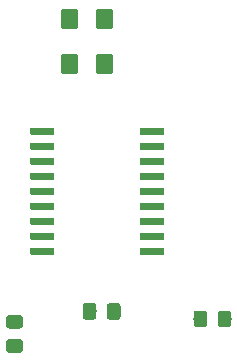
<source format=gbr>
G04 #@! TF.GenerationSoftware,KiCad,Pcbnew,(5.1.4)-1*
G04 #@! TF.CreationDate,2019-11-25T23:53:57+00:00*
G04 #@! TF.ProjectId,KeyPad BCD encoder,4b657950-6164-4204-9243-4420656e636f,rev?*
G04 #@! TF.SameCoordinates,Original*
G04 #@! TF.FileFunction,Paste,Top*
G04 #@! TF.FilePolarity,Positive*
%FSLAX46Y46*%
G04 Gerber Fmt 4.6, Leading zero omitted, Abs format (unit mm)*
G04 Created by KiCad (PCBNEW (5.1.4)-1) date 2019-11-25 23:53:57*
%MOMM*%
%LPD*%
G04 APERTURE LIST*
%ADD10C,0.100000*%
%ADD11C,1.150000*%
%ADD12C,0.600000*%
%ADD13C,1.425000*%
G04 APERTURE END LIST*
D10*
G36*
X162274505Y-95821204D02*
G01*
X162298773Y-95824804D01*
X162322572Y-95830765D01*
X162345671Y-95839030D01*
X162367850Y-95849520D01*
X162388893Y-95862132D01*
X162408599Y-95876747D01*
X162426777Y-95893223D01*
X162443253Y-95911401D01*
X162457868Y-95931107D01*
X162470480Y-95952150D01*
X162480970Y-95974329D01*
X162489235Y-95997428D01*
X162495196Y-96021227D01*
X162498796Y-96045495D01*
X162500000Y-96069999D01*
X162500000Y-96970001D01*
X162498796Y-96994505D01*
X162495196Y-97018773D01*
X162489235Y-97042572D01*
X162480970Y-97065671D01*
X162470480Y-97087850D01*
X162457868Y-97108893D01*
X162443253Y-97128599D01*
X162426777Y-97146777D01*
X162408599Y-97163253D01*
X162388893Y-97177868D01*
X162367850Y-97190480D01*
X162345671Y-97200970D01*
X162322572Y-97209235D01*
X162298773Y-97215196D01*
X162274505Y-97218796D01*
X162250001Y-97220000D01*
X161599999Y-97220000D01*
X161575495Y-97218796D01*
X161551227Y-97215196D01*
X161527428Y-97209235D01*
X161504329Y-97200970D01*
X161482150Y-97190480D01*
X161461107Y-97177868D01*
X161441401Y-97163253D01*
X161423223Y-97146777D01*
X161406747Y-97128599D01*
X161392132Y-97108893D01*
X161379520Y-97087850D01*
X161369030Y-97065671D01*
X161360765Y-97042572D01*
X161354804Y-97018773D01*
X161351204Y-96994505D01*
X161350000Y-96970001D01*
X161350000Y-96069999D01*
X161351204Y-96045495D01*
X161354804Y-96021227D01*
X161360765Y-95997428D01*
X161369030Y-95974329D01*
X161379520Y-95952150D01*
X161392132Y-95931107D01*
X161406747Y-95911401D01*
X161423223Y-95893223D01*
X161441401Y-95876747D01*
X161461107Y-95862132D01*
X161482150Y-95849520D01*
X161504329Y-95839030D01*
X161527428Y-95830765D01*
X161551227Y-95824804D01*
X161575495Y-95821204D01*
X161599999Y-95820000D01*
X162250001Y-95820000D01*
X162274505Y-95821204D01*
X162274505Y-95821204D01*
G37*
D11*
X161925000Y-96520000D03*
D10*
G36*
X160224505Y-95821204D02*
G01*
X160248773Y-95824804D01*
X160272572Y-95830765D01*
X160295671Y-95839030D01*
X160317850Y-95849520D01*
X160338893Y-95862132D01*
X160358599Y-95876747D01*
X160376777Y-95893223D01*
X160393253Y-95911401D01*
X160407868Y-95931107D01*
X160420480Y-95952150D01*
X160430970Y-95974329D01*
X160439235Y-95997428D01*
X160445196Y-96021227D01*
X160448796Y-96045495D01*
X160450000Y-96069999D01*
X160450000Y-96970001D01*
X160448796Y-96994505D01*
X160445196Y-97018773D01*
X160439235Y-97042572D01*
X160430970Y-97065671D01*
X160420480Y-97087850D01*
X160407868Y-97108893D01*
X160393253Y-97128599D01*
X160376777Y-97146777D01*
X160358599Y-97163253D01*
X160338893Y-97177868D01*
X160317850Y-97190480D01*
X160295671Y-97200970D01*
X160272572Y-97209235D01*
X160248773Y-97215196D01*
X160224505Y-97218796D01*
X160200001Y-97220000D01*
X159549999Y-97220000D01*
X159525495Y-97218796D01*
X159501227Y-97215196D01*
X159477428Y-97209235D01*
X159454329Y-97200970D01*
X159432150Y-97190480D01*
X159411107Y-97177868D01*
X159391401Y-97163253D01*
X159373223Y-97146777D01*
X159356747Y-97128599D01*
X159342132Y-97108893D01*
X159329520Y-97087850D01*
X159319030Y-97065671D01*
X159310765Y-97042572D01*
X159304804Y-97018773D01*
X159301204Y-96994505D01*
X159300000Y-96970001D01*
X159300000Y-96069999D01*
X159301204Y-96045495D01*
X159304804Y-96021227D01*
X159310765Y-95997428D01*
X159319030Y-95974329D01*
X159329520Y-95952150D01*
X159342132Y-95931107D01*
X159356747Y-95911401D01*
X159373223Y-95893223D01*
X159391401Y-95876747D01*
X159411107Y-95862132D01*
X159432150Y-95849520D01*
X159454329Y-95839030D01*
X159477428Y-95830765D01*
X159501227Y-95824804D01*
X159525495Y-95821204D01*
X159549999Y-95820000D01*
X160200001Y-95820000D01*
X160224505Y-95821204D01*
X160224505Y-95821204D01*
G37*
D11*
X159875000Y-96520000D03*
D10*
G36*
X150844505Y-95186204D02*
G01*
X150868773Y-95189804D01*
X150892572Y-95195765D01*
X150915671Y-95204030D01*
X150937850Y-95214520D01*
X150958893Y-95227132D01*
X150978599Y-95241747D01*
X150996777Y-95258223D01*
X151013253Y-95276401D01*
X151027868Y-95296107D01*
X151040480Y-95317150D01*
X151050970Y-95339329D01*
X151059235Y-95362428D01*
X151065196Y-95386227D01*
X151068796Y-95410495D01*
X151070000Y-95434999D01*
X151070000Y-96335001D01*
X151068796Y-96359505D01*
X151065196Y-96383773D01*
X151059235Y-96407572D01*
X151050970Y-96430671D01*
X151040480Y-96452850D01*
X151027868Y-96473893D01*
X151013253Y-96493599D01*
X150996777Y-96511777D01*
X150978599Y-96528253D01*
X150958893Y-96542868D01*
X150937850Y-96555480D01*
X150915671Y-96565970D01*
X150892572Y-96574235D01*
X150868773Y-96580196D01*
X150844505Y-96583796D01*
X150820001Y-96585000D01*
X150169999Y-96585000D01*
X150145495Y-96583796D01*
X150121227Y-96580196D01*
X150097428Y-96574235D01*
X150074329Y-96565970D01*
X150052150Y-96555480D01*
X150031107Y-96542868D01*
X150011401Y-96528253D01*
X149993223Y-96511777D01*
X149976747Y-96493599D01*
X149962132Y-96473893D01*
X149949520Y-96452850D01*
X149939030Y-96430671D01*
X149930765Y-96407572D01*
X149924804Y-96383773D01*
X149921204Y-96359505D01*
X149920000Y-96335001D01*
X149920000Y-95434999D01*
X149921204Y-95410495D01*
X149924804Y-95386227D01*
X149930765Y-95362428D01*
X149939030Y-95339329D01*
X149949520Y-95317150D01*
X149962132Y-95296107D01*
X149976747Y-95276401D01*
X149993223Y-95258223D01*
X150011401Y-95241747D01*
X150031107Y-95227132D01*
X150052150Y-95214520D01*
X150074329Y-95204030D01*
X150097428Y-95195765D01*
X150121227Y-95189804D01*
X150145495Y-95186204D01*
X150169999Y-95185000D01*
X150820001Y-95185000D01*
X150844505Y-95186204D01*
X150844505Y-95186204D01*
G37*
D11*
X150495000Y-95885000D03*
D10*
G36*
X152894505Y-95186204D02*
G01*
X152918773Y-95189804D01*
X152942572Y-95195765D01*
X152965671Y-95204030D01*
X152987850Y-95214520D01*
X153008893Y-95227132D01*
X153028599Y-95241747D01*
X153046777Y-95258223D01*
X153063253Y-95276401D01*
X153077868Y-95296107D01*
X153090480Y-95317150D01*
X153100970Y-95339329D01*
X153109235Y-95362428D01*
X153115196Y-95386227D01*
X153118796Y-95410495D01*
X153120000Y-95434999D01*
X153120000Y-96335001D01*
X153118796Y-96359505D01*
X153115196Y-96383773D01*
X153109235Y-96407572D01*
X153100970Y-96430671D01*
X153090480Y-96452850D01*
X153077868Y-96473893D01*
X153063253Y-96493599D01*
X153046777Y-96511777D01*
X153028599Y-96528253D01*
X153008893Y-96542868D01*
X152987850Y-96555480D01*
X152965671Y-96565970D01*
X152942572Y-96574235D01*
X152918773Y-96580196D01*
X152894505Y-96583796D01*
X152870001Y-96585000D01*
X152219999Y-96585000D01*
X152195495Y-96583796D01*
X152171227Y-96580196D01*
X152147428Y-96574235D01*
X152124329Y-96565970D01*
X152102150Y-96555480D01*
X152081107Y-96542868D01*
X152061401Y-96528253D01*
X152043223Y-96511777D01*
X152026747Y-96493599D01*
X152012132Y-96473893D01*
X151999520Y-96452850D01*
X151989030Y-96430671D01*
X151980765Y-96407572D01*
X151974804Y-96383773D01*
X151971204Y-96359505D01*
X151970000Y-96335001D01*
X151970000Y-95434999D01*
X151971204Y-95410495D01*
X151974804Y-95386227D01*
X151980765Y-95362428D01*
X151989030Y-95339329D01*
X151999520Y-95317150D01*
X152012132Y-95296107D01*
X152026747Y-95276401D01*
X152043223Y-95258223D01*
X152061401Y-95241747D01*
X152081107Y-95227132D01*
X152102150Y-95214520D01*
X152124329Y-95204030D01*
X152147428Y-95195765D01*
X152171227Y-95189804D01*
X152195495Y-95186204D01*
X152219999Y-95185000D01*
X152870001Y-95185000D01*
X152894505Y-95186204D01*
X152894505Y-95186204D01*
G37*
D11*
X152545000Y-95885000D03*
D10*
G36*
X144619505Y-96191204D02*
G01*
X144643773Y-96194804D01*
X144667572Y-96200765D01*
X144690671Y-96209030D01*
X144712850Y-96219520D01*
X144733893Y-96232132D01*
X144753599Y-96246747D01*
X144771777Y-96263223D01*
X144788253Y-96281401D01*
X144802868Y-96301107D01*
X144815480Y-96322150D01*
X144825970Y-96344329D01*
X144834235Y-96367428D01*
X144840196Y-96391227D01*
X144843796Y-96415495D01*
X144845000Y-96439999D01*
X144845000Y-97090001D01*
X144843796Y-97114505D01*
X144840196Y-97138773D01*
X144834235Y-97162572D01*
X144825970Y-97185671D01*
X144815480Y-97207850D01*
X144802868Y-97228893D01*
X144788253Y-97248599D01*
X144771777Y-97266777D01*
X144753599Y-97283253D01*
X144733893Y-97297868D01*
X144712850Y-97310480D01*
X144690671Y-97320970D01*
X144667572Y-97329235D01*
X144643773Y-97335196D01*
X144619505Y-97338796D01*
X144595001Y-97340000D01*
X143694999Y-97340000D01*
X143670495Y-97338796D01*
X143646227Y-97335196D01*
X143622428Y-97329235D01*
X143599329Y-97320970D01*
X143577150Y-97310480D01*
X143556107Y-97297868D01*
X143536401Y-97283253D01*
X143518223Y-97266777D01*
X143501747Y-97248599D01*
X143487132Y-97228893D01*
X143474520Y-97207850D01*
X143464030Y-97185671D01*
X143455765Y-97162572D01*
X143449804Y-97138773D01*
X143446204Y-97114505D01*
X143445000Y-97090001D01*
X143445000Y-96439999D01*
X143446204Y-96415495D01*
X143449804Y-96391227D01*
X143455765Y-96367428D01*
X143464030Y-96344329D01*
X143474520Y-96322150D01*
X143487132Y-96301107D01*
X143501747Y-96281401D01*
X143518223Y-96263223D01*
X143536401Y-96246747D01*
X143556107Y-96232132D01*
X143577150Y-96219520D01*
X143599329Y-96209030D01*
X143622428Y-96200765D01*
X143646227Y-96194804D01*
X143670495Y-96191204D01*
X143694999Y-96190000D01*
X144595001Y-96190000D01*
X144619505Y-96191204D01*
X144619505Y-96191204D01*
G37*
D11*
X144145000Y-96765000D03*
D10*
G36*
X144619505Y-98241204D02*
G01*
X144643773Y-98244804D01*
X144667572Y-98250765D01*
X144690671Y-98259030D01*
X144712850Y-98269520D01*
X144733893Y-98282132D01*
X144753599Y-98296747D01*
X144771777Y-98313223D01*
X144788253Y-98331401D01*
X144802868Y-98351107D01*
X144815480Y-98372150D01*
X144825970Y-98394329D01*
X144834235Y-98417428D01*
X144840196Y-98441227D01*
X144843796Y-98465495D01*
X144845000Y-98489999D01*
X144845000Y-99140001D01*
X144843796Y-99164505D01*
X144840196Y-99188773D01*
X144834235Y-99212572D01*
X144825970Y-99235671D01*
X144815480Y-99257850D01*
X144802868Y-99278893D01*
X144788253Y-99298599D01*
X144771777Y-99316777D01*
X144753599Y-99333253D01*
X144733893Y-99347868D01*
X144712850Y-99360480D01*
X144690671Y-99370970D01*
X144667572Y-99379235D01*
X144643773Y-99385196D01*
X144619505Y-99388796D01*
X144595001Y-99390000D01*
X143694999Y-99390000D01*
X143670495Y-99388796D01*
X143646227Y-99385196D01*
X143622428Y-99379235D01*
X143599329Y-99370970D01*
X143577150Y-99360480D01*
X143556107Y-99347868D01*
X143536401Y-99333253D01*
X143518223Y-99316777D01*
X143501747Y-99298599D01*
X143487132Y-99278893D01*
X143474520Y-99257850D01*
X143464030Y-99235671D01*
X143455765Y-99212572D01*
X143449804Y-99188773D01*
X143446204Y-99164505D01*
X143445000Y-99140001D01*
X143445000Y-98489999D01*
X143446204Y-98465495D01*
X143449804Y-98441227D01*
X143455765Y-98417428D01*
X143464030Y-98394329D01*
X143474520Y-98372150D01*
X143487132Y-98351107D01*
X143501747Y-98331401D01*
X143518223Y-98313223D01*
X143536401Y-98296747D01*
X143556107Y-98282132D01*
X143577150Y-98269520D01*
X143599329Y-98259030D01*
X143622428Y-98250765D01*
X143646227Y-98244804D01*
X143670495Y-98241204D01*
X143694999Y-98240000D01*
X144595001Y-98240000D01*
X144619505Y-98241204D01*
X144619505Y-98241204D01*
G37*
D11*
X144145000Y-98815000D03*
D10*
G36*
X156669703Y-80345722D02*
G01*
X156684264Y-80347882D01*
X156698543Y-80351459D01*
X156712403Y-80356418D01*
X156725710Y-80362712D01*
X156738336Y-80370280D01*
X156750159Y-80379048D01*
X156761066Y-80388934D01*
X156770952Y-80399841D01*
X156779720Y-80411664D01*
X156787288Y-80424290D01*
X156793582Y-80437597D01*
X156798541Y-80451457D01*
X156802118Y-80465736D01*
X156804278Y-80480297D01*
X156805000Y-80495000D01*
X156805000Y-80795000D01*
X156804278Y-80809703D01*
X156802118Y-80824264D01*
X156798541Y-80838543D01*
X156793582Y-80852403D01*
X156787288Y-80865710D01*
X156779720Y-80878336D01*
X156770952Y-80890159D01*
X156761066Y-80901066D01*
X156750159Y-80910952D01*
X156738336Y-80919720D01*
X156725710Y-80927288D01*
X156712403Y-80933582D01*
X156698543Y-80938541D01*
X156684264Y-80942118D01*
X156669703Y-80944278D01*
X156655000Y-80945000D01*
X154905000Y-80945000D01*
X154890297Y-80944278D01*
X154875736Y-80942118D01*
X154861457Y-80938541D01*
X154847597Y-80933582D01*
X154834290Y-80927288D01*
X154821664Y-80919720D01*
X154809841Y-80910952D01*
X154798934Y-80901066D01*
X154789048Y-80890159D01*
X154780280Y-80878336D01*
X154772712Y-80865710D01*
X154766418Y-80852403D01*
X154761459Y-80838543D01*
X154757882Y-80824264D01*
X154755722Y-80809703D01*
X154755000Y-80795000D01*
X154755000Y-80495000D01*
X154755722Y-80480297D01*
X154757882Y-80465736D01*
X154761459Y-80451457D01*
X154766418Y-80437597D01*
X154772712Y-80424290D01*
X154780280Y-80411664D01*
X154789048Y-80399841D01*
X154798934Y-80388934D01*
X154809841Y-80379048D01*
X154821664Y-80370280D01*
X154834290Y-80362712D01*
X154847597Y-80356418D01*
X154861457Y-80351459D01*
X154875736Y-80347882D01*
X154890297Y-80345722D01*
X154905000Y-80345000D01*
X156655000Y-80345000D01*
X156669703Y-80345722D01*
X156669703Y-80345722D01*
G37*
D12*
X155780000Y-80645000D03*
D10*
G36*
X156669703Y-81615722D02*
G01*
X156684264Y-81617882D01*
X156698543Y-81621459D01*
X156712403Y-81626418D01*
X156725710Y-81632712D01*
X156738336Y-81640280D01*
X156750159Y-81649048D01*
X156761066Y-81658934D01*
X156770952Y-81669841D01*
X156779720Y-81681664D01*
X156787288Y-81694290D01*
X156793582Y-81707597D01*
X156798541Y-81721457D01*
X156802118Y-81735736D01*
X156804278Y-81750297D01*
X156805000Y-81765000D01*
X156805000Y-82065000D01*
X156804278Y-82079703D01*
X156802118Y-82094264D01*
X156798541Y-82108543D01*
X156793582Y-82122403D01*
X156787288Y-82135710D01*
X156779720Y-82148336D01*
X156770952Y-82160159D01*
X156761066Y-82171066D01*
X156750159Y-82180952D01*
X156738336Y-82189720D01*
X156725710Y-82197288D01*
X156712403Y-82203582D01*
X156698543Y-82208541D01*
X156684264Y-82212118D01*
X156669703Y-82214278D01*
X156655000Y-82215000D01*
X154905000Y-82215000D01*
X154890297Y-82214278D01*
X154875736Y-82212118D01*
X154861457Y-82208541D01*
X154847597Y-82203582D01*
X154834290Y-82197288D01*
X154821664Y-82189720D01*
X154809841Y-82180952D01*
X154798934Y-82171066D01*
X154789048Y-82160159D01*
X154780280Y-82148336D01*
X154772712Y-82135710D01*
X154766418Y-82122403D01*
X154761459Y-82108543D01*
X154757882Y-82094264D01*
X154755722Y-82079703D01*
X154755000Y-82065000D01*
X154755000Y-81765000D01*
X154755722Y-81750297D01*
X154757882Y-81735736D01*
X154761459Y-81721457D01*
X154766418Y-81707597D01*
X154772712Y-81694290D01*
X154780280Y-81681664D01*
X154789048Y-81669841D01*
X154798934Y-81658934D01*
X154809841Y-81649048D01*
X154821664Y-81640280D01*
X154834290Y-81632712D01*
X154847597Y-81626418D01*
X154861457Y-81621459D01*
X154875736Y-81617882D01*
X154890297Y-81615722D01*
X154905000Y-81615000D01*
X156655000Y-81615000D01*
X156669703Y-81615722D01*
X156669703Y-81615722D01*
G37*
D12*
X155780000Y-81915000D03*
D10*
G36*
X156669703Y-82885722D02*
G01*
X156684264Y-82887882D01*
X156698543Y-82891459D01*
X156712403Y-82896418D01*
X156725710Y-82902712D01*
X156738336Y-82910280D01*
X156750159Y-82919048D01*
X156761066Y-82928934D01*
X156770952Y-82939841D01*
X156779720Y-82951664D01*
X156787288Y-82964290D01*
X156793582Y-82977597D01*
X156798541Y-82991457D01*
X156802118Y-83005736D01*
X156804278Y-83020297D01*
X156805000Y-83035000D01*
X156805000Y-83335000D01*
X156804278Y-83349703D01*
X156802118Y-83364264D01*
X156798541Y-83378543D01*
X156793582Y-83392403D01*
X156787288Y-83405710D01*
X156779720Y-83418336D01*
X156770952Y-83430159D01*
X156761066Y-83441066D01*
X156750159Y-83450952D01*
X156738336Y-83459720D01*
X156725710Y-83467288D01*
X156712403Y-83473582D01*
X156698543Y-83478541D01*
X156684264Y-83482118D01*
X156669703Y-83484278D01*
X156655000Y-83485000D01*
X154905000Y-83485000D01*
X154890297Y-83484278D01*
X154875736Y-83482118D01*
X154861457Y-83478541D01*
X154847597Y-83473582D01*
X154834290Y-83467288D01*
X154821664Y-83459720D01*
X154809841Y-83450952D01*
X154798934Y-83441066D01*
X154789048Y-83430159D01*
X154780280Y-83418336D01*
X154772712Y-83405710D01*
X154766418Y-83392403D01*
X154761459Y-83378543D01*
X154757882Y-83364264D01*
X154755722Y-83349703D01*
X154755000Y-83335000D01*
X154755000Y-83035000D01*
X154755722Y-83020297D01*
X154757882Y-83005736D01*
X154761459Y-82991457D01*
X154766418Y-82977597D01*
X154772712Y-82964290D01*
X154780280Y-82951664D01*
X154789048Y-82939841D01*
X154798934Y-82928934D01*
X154809841Y-82919048D01*
X154821664Y-82910280D01*
X154834290Y-82902712D01*
X154847597Y-82896418D01*
X154861457Y-82891459D01*
X154875736Y-82887882D01*
X154890297Y-82885722D01*
X154905000Y-82885000D01*
X156655000Y-82885000D01*
X156669703Y-82885722D01*
X156669703Y-82885722D01*
G37*
D12*
X155780000Y-83185000D03*
D10*
G36*
X156669703Y-84155722D02*
G01*
X156684264Y-84157882D01*
X156698543Y-84161459D01*
X156712403Y-84166418D01*
X156725710Y-84172712D01*
X156738336Y-84180280D01*
X156750159Y-84189048D01*
X156761066Y-84198934D01*
X156770952Y-84209841D01*
X156779720Y-84221664D01*
X156787288Y-84234290D01*
X156793582Y-84247597D01*
X156798541Y-84261457D01*
X156802118Y-84275736D01*
X156804278Y-84290297D01*
X156805000Y-84305000D01*
X156805000Y-84605000D01*
X156804278Y-84619703D01*
X156802118Y-84634264D01*
X156798541Y-84648543D01*
X156793582Y-84662403D01*
X156787288Y-84675710D01*
X156779720Y-84688336D01*
X156770952Y-84700159D01*
X156761066Y-84711066D01*
X156750159Y-84720952D01*
X156738336Y-84729720D01*
X156725710Y-84737288D01*
X156712403Y-84743582D01*
X156698543Y-84748541D01*
X156684264Y-84752118D01*
X156669703Y-84754278D01*
X156655000Y-84755000D01*
X154905000Y-84755000D01*
X154890297Y-84754278D01*
X154875736Y-84752118D01*
X154861457Y-84748541D01*
X154847597Y-84743582D01*
X154834290Y-84737288D01*
X154821664Y-84729720D01*
X154809841Y-84720952D01*
X154798934Y-84711066D01*
X154789048Y-84700159D01*
X154780280Y-84688336D01*
X154772712Y-84675710D01*
X154766418Y-84662403D01*
X154761459Y-84648543D01*
X154757882Y-84634264D01*
X154755722Y-84619703D01*
X154755000Y-84605000D01*
X154755000Y-84305000D01*
X154755722Y-84290297D01*
X154757882Y-84275736D01*
X154761459Y-84261457D01*
X154766418Y-84247597D01*
X154772712Y-84234290D01*
X154780280Y-84221664D01*
X154789048Y-84209841D01*
X154798934Y-84198934D01*
X154809841Y-84189048D01*
X154821664Y-84180280D01*
X154834290Y-84172712D01*
X154847597Y-84166418D01*
X154861457Y-84161459D01*
X154875736Y-84157882D01*
X154890297Y-84155722D01*
X154905000Y-84155000D01*
X156655000Y-84155000D01*
X156669703Y-84155722D01*
X156669703Y-84155722D01*
G37*
D12*
X155780000Y-84455000D03*
D10*
G36*
X156669703Y-85425722D02*
G01*
X156684264Y-85427882D01*
X156698543Y-85431459D01*
X156712403Y-85436418D01*
X156725710Y-85442712D01*
X156738336Y-85450280D01*
X156750159Y-85459048D01*
X156761066Y-85468934D01*
X156770952Y-85479841D01*
X156779720Y-85491664D01*
X156787288Y-85504290D01*
X156793582Y-85517597D01*
X156798541Y-85531457D01*
X156802118Y-85545736D01*
X156804278Y-85560297D01*
X156805000Y-85575000D01*
X156805000Y-85875000D01*
X156804278Y-85889703D01*
X156802118Y-85904264D01*
X156798541Y-85918543D01*
X156793582Y-85932403D01*
X156787288Y-85945710D01*
X156779720Y-85958336D01*
X156770952Y-85970159D01*
X156761066Y-85981066D01*
X156750159Y-85990952D01*
X156738336Y-85999720D01*
X156725710Y-86007288D01*
X156712403Y-86013582D01*
X156698543Y-86018541D01*
X156684264Y-86022118D01*
X156669703Y-86024278D01*
X156655000Y-86025000D01*
X154905000Y-86025000D01*
X154890297Y-86024278D01*
X154875736Y-86022118D01*
X154861457Y-86018541D01*
X154847597Y-86013582D01*
X154834290Y-86007288D01*
X154821664Y-85999720D01*
X154809841Y-85990952D01*
X154798934Y-85981066D01*
X154789048Y-85970159D01*
X154780280Y-85958336D01*
X154772712Y-85945710D01*
X154766418Y-85932403D01*
X154761459Y-85918543D01*
X154757882Y-85904264D01*
X154755722Y-85889703D01*
X154755000Y-85875000D01*
X154755000Y-85575000D01*
X154755722Y-85560297D01*
X154757882Y-85545736D01*
X154761459Y-85531457D01*
X154766418Y-85517597D01*
X154772712Y-85504290D01*
X154780280Y-85491664D01*
X154789048Y-85479841D01*
X154798934Y-85468934D01*
X154809841Y-85459048D01*
X154821664Y-85450280D01*
X154834290Y-85442712D01*
X154847597Y-85436418D01*
X154861457Y-85431459D01*
X154875736Y-85427882D01*
X154890297Y-85425722D01*
X154905000Y-85425000D01*
X156655000Y-85425000D01*
X156669703Y-85425722D01*
X156669703Y-85425722D01*
G37*
D12*
X155780000Y-85725000D03*
D10*
G36*
X156669703Y-86695722D02*
G01*
X156684264Y-86697882D01*
X156698543Y-86701459D01*
X156712403Y-86706418D01*
X156725710Y-86712712D01*
X156738336Y-86720280D01*
X156750159Y-86729048D01*
X156761066Y-86738934D01*
X156770952Y-86749841D01*
X156779720Y-86761664D01*
X156787288Y-86774290D01*
X156793582Y-86787597D01*
X156798541Y-86801457D01*
X156802118Y-86815736D01*
X156804278Y-86830297D01*
X156805000Y-86845000D01*
X156805000Y-87145000D01*
X156804278Y-87159703D01*
X156802118Y-87174264D01*
X156798541Y-87188543D01*
X156793582Y-87202403D01*
X156787288Y-87215710D01*
X156779720Y-87228336D01*
X156770952Y-87240159D01*
X156761066Y-87251066D01*
X156750159Y-87260952D01*
X156738336Y-87269720D01*
X156725710Y-87277288D01*
X156712403Y-87283582D01*
X156698543Y-87288541D01*
X156684264Y-87292118D01*
X156669703Y-87294278D01*
X156655000Y-87295000D01*
X154905000Y-87295000D01*
X154890297Y-87294278D01*
X154875736Y-87292118D01*
X154861457Y-87288541D01*
X154847597Y-87283582D01*
X154834290Y-87277288D01*
X154821664Y-87269720D01*
X154809841Y-87260952D01*
X154798934Y-87251066D01*
X154789048Y-87240159D01*
X154780280Y-87228336D01*
X154772712Y-87215710D01*
X154766418Y-87202403D01*
X154761459Y-87188543D01*
X154757882Y-87174264D01*
X154755722Y-87159703D01*
X154755000Y-87145000D01*
X154755000Y-86845000D01*
X154755722Y-86830297D01*
X154757882Y-86815736D01*
X154761459Y-86801457D01*
X154766418Y-86787597D01*
X154772712Y-86774290D01*
X154780280Y-86761664D01*
X154789048Y-86749841D01*
X154798934Y-86738934D01*
X154809841Y-86729048D01*
X154821664Y-86720280D01*
X154834290Y-86712712D01*
X154847597Y-86706418D01*
X154861457Y-86701459D01*
X154875736Y-86697882D01*
X154890297Y-86695722D01*
X154905000Y-86695000D01*
X156655000Y-86695000D01*
X156669703Y-86695722D01*
X156669703Y-86695722D01*
G37*
D12*
X155780000Y-86995000D03*
D10*
G36*
X156669703Y-87965722D02*
G01*
X156684264Y-87967882D01*
X156698543Y-87971459D01*
X156712403Y-87976418D01*
X156725710Y-87982712D01*
X156738336Y-87990280D01*
X156750159Y-87999048D01*
X156761066Y-88008934D01*
X156770952Y-88019841D01*
X156779720Y-88031664D01*
X156787288Y-88044290D01*
X156793582Y-88057597D01*
X156798541Y-88071457D01*
X156802118Y-88085736D01*
X156804278Y-88100297D01*
X156805000Y-88115000D01*
X156805000Y-88415000D01*
X156804278Y-88429703D01*
X156802118Y-88444264D01*
X156798541Y-88458543D01*
X156793582Y-88472403D01*
X156787288Y-88485710D01*
X156779720Y-88498336D01*
X156770952Y-88510159D01*
X156761066Y-88521066D01*
X156750159Y-88530952D01*
X156738336Y-88539720D01*
X156725710Y-88547288D01*
X156712403Y-88553582D01*
X156698543Y-88558541D01*
X156684264Y-88562118D01*
X156669703Y-88564278D01*
X156655000Y-88565000D01*
X154905000Y-88565000D01*
X154890297Y-88564278D01*
X154875736Y-88562118D01*
X154861457Y-88558541D01*
X154847597Y-88553582D01*
X154834290Y-88547288D01*
X154821664Y-88539720D01*
X154809841Y-88530952D01*
X154798934Y-88521066D01*
X154789048Y-88510159D01*
X154780280Y-88498336D01*
X154772712Y-88485710D01*
X154766418Y-88472403D01*
X154761459Y-88458543D01*
X154757882Y-88444264D01*
X154755722Y-88429703D01*
X154755000Y-88415000D01*
X154755000Y-88115000D01*
X154755722Y-88100297D01*
X154757882Y-88085736D01*
X154761459Y-88071457D01*
X154766418Y-88057597D01*
X154772712Y-88044290D01*
X154780280Y-88031664D01*
X154789048Y-88019841D01*
X154798934Y-88008934D01*
X154809841Y-87999048D01*
X154821664Y-87990280D01*
X154834290Y-87982712D01*
X154847597Y-87976418D01*
X154861457Y-87971459D01*
X154875736Y-87967882D01*
X154890297Y-87965722D01*
X154905000Y-87965000D01*
X156655000Y-87965000D01*
X156669703Y-87965722D01*
X156669703Y-87965722D01*
G37*
D12*
X155780000Y-88265000D03*
D10*
G36*
X156669703Y-89235722D02*
G01*
X156684264Y-89237882D01*
X156698543Y-89241459D01*
X156712403Y-89246418D01*
X156725710Y-89252712D01*
X156738336Y-89260280D01*
X156750159Y-89269048D01*
X156761066Y-89278934D01*
X156770952Y-89289841D01*
X156779720Y-89301664D01*
X156787288Y-89314290D01*
X156793582Y-89327597D01*
X156798541Y-89341457D01*
X156802118Y-89355736D01*
X156804278Y-89370297D01*
X156805000Y-89385000D01*
X156805000Y-89685000D01*
X156804278Y-89699703D01*
X156802118Y-89714264D01*
X156798541Y-89728543D01*
X156793582Y-89742403D01*
X156787288Y-89755710D01*
X156779720Y-89768336D01*
X156770952Y-89780159D01*
X156761066Y-89791066D01*
X156750159Y-89800952D01*
X156738336Y-89809720D01*
X156725710Y-89817288D01*
X156712403Y-89823582D01*
X156698543Y-89828541D01*
X156684264Y-89832118D01*
X156669703Y-89834278D01*
X156655000Y-89835000D01*
X154905000Y-89835000D01*
X154890297Y-89834278D01*
X154875736Y-89832118D01*
X154861457Y-89828541D01*
X154847597Y-89823582D01*
X154834290Y-89817288D01*
X154821664Y-89809720D01*
X154809841Y-89800952D01*
X154798934Y-89791066D01*
X154789048Y-89780159D01*
X154780280Y-89768336D01*
X154772712Y-89755710D01*
X154766418Y-89742403D01*
X154761459Y-89728543D01*
X154757882Y-89714264D01*
X154755722Y-89699703D01*
X154755000Y-89685000D01*
X154755000Y-89385000D01*
X154755722Y-89370297D01*
X154757882Y-89355736D01*
X154761459Y-89341457D01*
X154766418Y-89327597D01*
X154772712Y-89314290D01*
X154780280Y-89301664D01*
X154789048Y-89289841D01*
X154798934Y-89278934D01*
X154809841Y-89269048D01*
X154821664Y-89260280D01*
X154834290Y-89252712D01*
X154847597Y-89246418D01*
X154861457Y-89241459D01*
X154875736Y-89237882D01*
X154890297Y-89235722D01*
X154905000Y-89235000D01*
X156655000Y-89235000D01*
X156669703Y-89235722D01*
X156669703Y-89235722D01*
G37*
D12*
X155780000Y-89535000D03*
D10*
G36*
X156669703Y-90505722D02*
G01*
X156684264Y-90507882D01*
X156698543Y-90511459D01*
X156712403Y-90516418D01*
X156725710Y-90522712D01*
X156738336Y-90530280D01*
X156750159Y-90539048D01*
X156761066Y-90548934D01*
X156770952Y-90559841D01*
X156779720Y-90571664D01*
X156787288Y-90584290D01*
X156793582Y-90597597D01*
X156798541Y-90611457D01*
X156802118Y-90625736D01*
X156804278Y-90640297D01*
X156805000Y-90655000D01*
X156805000Y-90955000D01*
X156804278Y-90969703D01*
X156802118Y-90984264D01*
X156798541Y-90998543D01*
X156793582Y-91012403D01*
X156787288Y-91025710D01*
X156779720Y-91038336D01*
X156770952Y-91050159D01*
X156761066Y-91061066D01*
X156750159Y-91070952D01*
X156738336Y-91079720D01*
X156725710Y-91087288D01*
X156712403Y-91093582D01*
X156698543Y-91098541D01*
X156684264Y-91102118D01*
X156669703Y-91104278D01*
X156655000Y-91105000D01*
X154905000Y-91105000D01*
X154890297Y-91104278D01*
X154875736Y-91102118D01*
X154861457Y-91098541D01*
X154847597Y-91093582D01*
X154834290Y-91087288D01*
X154821664Y-91079720D01*
X154809841Y-91070952D01*
X154798934Y-91061066D01*
X154789048Y-91050159D01*
X154780280Y-91038336D01*
X154772712Y-91025710D01*
X154766418Y-91012403D01*
X154761459Y-90998543D01*
X154757882Y-90984264D01*
X154755722Y-90969703D01*
X154755000Y-90955000D01*
X154755000Y-90655000D01*
X154755722Y-90640297D01*
X154757882Y-90625736D01*
X154761459Y-90611457D01*
X154766418Y-90597597D01*
X154772712Y-90584290D01*
X154780280Y-90571664D01*
X154789048Y-90559841D01*
X154798934Y-90548934D01*
X154809841Y-90539048D01*
X154821664Y-90530280D01*
X154834290Y-90522712D01*
X154847597Y-90516418D01*
X154861457Y-90511459D01*
X154875736Y-90507882D01*
X154890297Y-90505722D01*
X154905000Y-90505000D01*
X156655000Y-90505000D01*
X156669703Y-90505722D01*
X156669703Y-90505722D01*
G37*
D12*
X155780000Y-90805000D03*
D10*
G36*
X147369703Y-90505722D02*
G01*
X147384264Y-90507882D01*
X147398543Y-90511459D01*
X147412403Y-90516418D01*
X147425710Y-90522712D01*
X147438336Y-90530280D01*
X147450159Y-90539048D01*
X147461066Y-90548934D01*
X147470952Y-90559841D01*
X147479720Y-90571664D01*
X147487288Y-90584290D01*
X147493582Y-90597597D01*
X147498541Y-90611457D01*
X147502118Y-90625736D01*
X147504278Y-90640297D01*
X147505000Y-90655000D01*
X147505000Y-90955000D01*
X147504278Y-90969703D01*
X147502118Y-90984264D01*
X147498541Y-90998543D01*
X147493582Y-91012403D01*
X147487288Y-91025710D01*
X147479720Y-91038336D01*
X147470952Y-91050159D01*
X147461066Y-91061066D01*
X147450159Y-91070952D01*
X147438336Y-91079720D01*
X147425710Y-91087288D01*
X147412403Y-91093582D01*
X147398543Y-91098541D01*
X147384264Y-91102118D01*
X147369703Y-91104278D01*
X147355000Y-91105000D01*
X145605000Y-91105000D01*
X145590297Y-91104278D01*
X145575736Y-91102118D01*
X145561457Y-91098541D01*
X145547597Y-91093582D01*
X145534290Y-91087288D01*
X145521664Y-91079720D01*
X145509841Y-91070952D01*
X145498934Y-91061066D01*
X145489048Y-91050159D01*
X145480280Y-91038336D01*
X145472712Y-91025710D01*
X145466418Y-91012403D01*
X145461459Y-90998543D01*
X145457882Y-90984264D01*
X145455722Y-90969703D01*
X145455000Y-90955000D01*
X145455000Y-90655000D01*
X145455722Y-90640297D01*
X145457882Y-90625736D01*
X145461459Y-90611457D01*
X145466418Y-90597597D01*
X145472712Y-90584290D01*
X145480280Y-90571664D01*
X145489048Y-90559841D01*
X145498934Y-90548934D01*
X145509841Y-90539048D01*
X145521664Y-90530280D01*
X145534290Y-90522712D01*
X145547597Y-90516418D01*
X145561457Y-90511459D01*
X145575736Y-90507882D01*
X145590297Y-90505722D01*
X145605000Y-90505000D01*
X147355000Y-90505000D01*
X147369703Y-90505722D01*
X147369703Y-90505722D01*
G37*
D12*
X146480000Y-90805000D03*
D10*
G36*
X147369703Y-89235722D02*
G01*
X147384264Y-89237882D01*
X147398543Y-89241459D01*
X147412403Y-89246418D01*
X147425710Y-89252712D01*
X147438336Y-89260280D01*
X147450159Y-89269048D01*
X147461066Y-89278934D01*
X147470952Y-89289841D01*
X147479720Y-89301664D01*
X147487288Y-89314290D01*
X147493582Y-89327597D01*
X147498541Y-89341457D01*
X147502118Y-89355736D01*
X147504278Y-89370297D01*
X147505000Y-89385000D01*
X147505000Y-89685000D01*
X147504278Y-89699703D01*
X147502118Y-89714264D01*
X147498541Y-89728543D01*
X147493582Y-89742403D01*
X147487288Y-89755710D01*
X147479720Y-89768336D01*
X147470952Y-89780159D01*
X147461066Y-89791066D01*
X147450159Y-89800952D01*
X147438336Y-89809720D01*
X147425710Y-89817288D01*
X147412403Y-89823582D01*
X147398543Y-89828541D01*
X147384264Y-89832118D01*
X147369703Y-89834278D01*
X147355000Y-89835000D01*
X145605000Y-89835000D01*
X145590297Y-89834278D01*
X145575736Y-89832118D01*
X145561457Y-89828541D01*
X145547597Y-89823582D01*
X145534290Y-89817288D01*
X145521664Y-89809720D01*
X145509841Y-89800952D01*
X145498934Y-89791066D01*
X145489048Y-89780159D01*
X145480280Y-89768336D01*
X145472712Y-89755710D01*
X145466418Y-89742403D01*
X145461459Y-89728543D01*
X145457882Y-89714264D01*
X145455722Y-89699703D01*
X145455000Y-89685000D01*
X145455000Y-89385000D01*
X145455722Y-89370297D01*
X145457882Y-89355736D01*
X145461459Y-89341457D01*
X145466418Y-89327597D01*
X145472712Y-89314290D01*
X145480280Y-89301664D01*
X145489048Y-89289841D01*
X145498934Y-89278934D01*
X145509841Y-89269048D01*
X145521664Y-89260280D01*
X145534290Y-89252712D01*
X145547597Y-89246418D01*
X145561457Y-89241459D01*
X145575736Y-89237882D01*
X145590297Y-89235722D01*
X145605000Y-89235000D01*
X147355000Y-89235000D01*
X147369703Y-89235722D01*
X147369703Y-89235722D01*
G37*
D12*
X146480000Y-89535000D03*
D10*
G36*
X147369703Y-87965722D02*
G01*
X147384264Y-87967882D01*
X147398543Y-87971459D01*
X147412403Y-87976418D01*
X147425710Y-87982712D01*
X147438336Y-87990280D01*
X147450159Y-87999048D01*
X147461066Y-88008934D01*
X147470952Y-88019841D01*
X147479720Y-88031664D01*
X147487288Y-88044290D01*
X147493582Y-88057597D01*
X147498541Y-88071457D01*
X147502118Y-88085736D01*
X147504278Y-88100297D01*
X147505000Y-88115000D01*
X147505000Y-88415000D01*
X147504278Y-88429703D01*
X147502118Y-88444264D01*
X147498541Y-88458543D01*
X147493582Y-88472403D01*
X147487288Y-88485710D01*
X147479720Y-88498336D01*
X147470952Y-88510159D01*
X147461066Y-88521066D01*
X147450159Y-88530952D01*
X147438336Y-88539720D01*
X147425710Y-88547288D01*
X147412403Y-88553582D01*
X147398543Y-88558541D01*
X147384264Y-88562118D01*
X147369703Y-88564278D01*
X147355000Y-88565000D01*
X145605000Y-88565000D01*
X145590297Y-88564278D01*
X145575736Y-88562118D01*
X145561457Y-88558541D01*
X145547597Y-88553582D01*
X145534290Y-88547288D01*
X145521664Y-88539720D01*
X145509841Y-88530952D01*
X145498934Y-88521066D01*
X145489048Y-88510159D01*
X145480280Y-88498336D01*
X145472712Y-88485710D01*
X145466418Y-88472403D01*
X145461459Y-88458543D01*
X145457882Y-88444264D01*
X145455722Y-88429703D01*
X145455000Y-88415000D01*
X145455000Y-88115000D01*
X145455722Y-88100297D01*
X145457882Y-88085736D01*
X145461459Y-88071457D01*
X145466418Y-88057597D01*
X145472712Y-88044290D01*
X145480280Y-88031664D01*
X145489048Y-88019841D01*
X145498934Y-88008934D01*
X145509841Y-87999048D01*
X145521664Y-87990280D01*
X145534290Y-87982712D01*
X145547597Y-87976418D01*
X145561457Y-87971459D01*
X145575736Y-87967882D01*
X145590297Y-87965722D01*
X145605000Y-87965000D01*
X147355000Y-87965000D01*
X147369703Y-87965722D01*
X147369703Y-87965722D01*
G37*
D12*
X146480000Y-88265000D03*
D10*
G36*
X147369703Y-86695722D02*
G01*
X147384264Y-86697882D01*
X147398543Y-86701459D01*
X147412403Y-86706418D01*
X147425710Y-86712712D01*
X147438336Y-86720280D01*
X147450159Y-86729048D01*
X147461066Y-86738934D01*
X147470952Y-86749841D01*
X147479720Y-86761664D01*
X147487288Y-86774290D01*
X147493582Y-86787597D01*
X147498541Y-86801457D01*
X147502118Y-86815736D01*
X147504278Y-86830297D01*
X147505000Y-86845000D01*
X147505000Y-87145000D01*
X147504278Y-87159703D01*
X147502118Y-87174264D01*
X147498541Y-87188543D01*
X147493582Y-87202403D01*
X147487288Y-87215710D01*
X147479720Y-87228336D01*
X147470952Y-87240159D01*
X147461066Y-87251066D01*
X147450159Y-87260952D01*
X147438336Y-87269720D01*
X147425710Y-87277288D01*
X147412403Y-87283582D01*
X147398543Y-87288541D01*
X147384264Y-87292118D01*
X147369703Y-87294278D01*
X147355000Y-87295000D01*
X145605000Y-87295000D01*
X145590297Y-87294278D01*
X145575736Y-87292118D01*
X145561457Y-87288541D01*
X145547597Y-87283582D01*
X145534290Y-87277288D01*
X145521664Y-87269720D01*
X145509841Y-87260952D01*
X145498934Y-87251066D01*
X145489048Y-87240159D01*
X145480280Y-87228336D01*
X145472712Y-87215710D01*
X145466418Y-87202403D01*
X145461459Y-87188543D01*
X145457882Y-87174264D01*
X145455722Y-87159703D01*
X145455000Y-87145000D01*
X145455000Y-86845000D01*
X145455722Y-86830297D01*
X145457882Y-86815736D01*
X145461459Y-86801457D01*
X145466418Y-86787597D01*
X145472712Y-86774290D01*
X145480280Y-86761664D01*
X145489048Y-86749841D01*
X145498934Y-86738934D01*
X145509841Y-86729048D01*
X145521664Y-86720280D01*
X145534290Y-86712712D01*
X145547597Y-86706418D01*
X145561457Y-86701459D01*
X145575736Y-86697882D01*
X145590297Y-86695722D01*
X145605000Y-86695000D01*
X147355000Y-86695000D01*
X147369703Y-86695722D01*
X147369703Y-86695722D01*
G37*
D12*
X146480000Y-86995000D03*
D10*
G36*
X147369703Y-85425722D02*
G01*
X147384264Y-85427882D01*
X147398543Y-85431459D01*
X147412403Y-85436418D01*
X147425710Y-85442712D01*
X147438336Y-85450280D01*
X147450159Y-85459048D01*
X147461066Y-85468934D01*
X147470952Y-85479841D01*
X147479720Y-85491664D01*
X147487288Y-85504290D01*
X147493582Y-85517597D01*
X147498541Y-85531457D01*
X147502118Y-85545736D01*
X147504278Y-85560297D01*
X147505000Y-85575000D01*
X147505000Y-85875000D01*
X147504278Y-85889703D01*
X147502118Y-85904264D01*
X147498541Y-85918543D01*
X147493582Y-85932403D01*
X147487288Y-85945710D01*
X147479720Y-85958336D01*
X147470952Y-85970159D01*
X147461066Y-85981066D01*
X147450159Y-85990952D01*
X147438336Y-85999720D01*
X147425710Y-86007288D01*
X147412403Y-86013582D01*
X147398543Y-86018541D01*
X147384264Y-86022118D01*
X147369703Y-86024278D01*
X147355000Y-86025000D01*
X145605000Y-86025000D01*
X145590297Y-86024278D01*
X145575736Y-86022118D01*
X145561457Y-86018541D01*
X145547597Y-86013582D01*
X145534290Y-86007288D01*
X145521664Y-85999720D01*
X145509841Y-85990952D01*
X145498934Y-85981066D01*
X145489048Y-85970159D01*
X145480280Y-85958336D01*
X145472712Y-85945710D01*
X145466418Y-85932403D01*
X145461459Y-85918543D01*
X145457882Y-85904264D01*
X145455722Y-85889703D01*
X145455000Y-85875000D01*
X145455000Y-85575000D01*
X145455722Y-85560297D01*
X145457882Y-85545736D01*
X145461459Y-85531457D01*
X145466418Y-85517597D01*
X145472712Y-85504290D01*
X145480280Y-85491664D01*
X145489048Y-85479841D01*
X145498934Y-85468934D01*
X145509841Y-85459048D01*
X145521664Y-85450280D01*
X145534290Y-85442712D01*
X145547597Y-85436418D01*
X145561457Y-85431459D01*
X145575736Y-85427882D01*
X145590297Y-85425722D01*
X145605000Y-85425000D01*
X147355000Y-85425000D01*
X147369703Y-85425722D01*
X147369703Y-85425722D01*
G37*
D12*
X146480000Y-85725000D03*
D10*
G36*
X147369703Y-84155722D02*
G01*
X147384264Y-84157882D01*
X147398543Y-84161459D01*
X147412403Y-84166418D01*
X147425710Y-84172712D01*
X147438336Y-84180280D01*
X147450159Y-84189048D01*
X147461066Y-84198934D01*
X147470952Y-84209841D01*
X147479720Y-84221664D01*
X147487288Y-84234290D01*
X147493582Y-84247597D01*
X147498541Y-84261457D01*
X147502118Y-84275736D01*
X147504278Y-84290297D01*
X147505000Y-84305000D01*
X147505000Y-84605000D01*
X147504278Y-84619703D01*
X147502118Y-84634264D01*
X147498541Y-84648543D01*
X147493582Y-84662403D01*
X147487288Y-84675710D01*
X147479720Y-84688336D01*
X147470952Y-84700159D01*
X147461066Y-84711066D01*
X147450159Y-84720952D01*
X147438336Y-84729720D01*
X147425710Y-84737288D01*
X147412403Y-84743582D01*
X147398543Y-84748541D01*
X147384264Y-84752118D01*
X147369703Y-84754278D01*
X147355000Y-84755000D01*
X145605000Y-84755000D01*
X145590297Y-84754278D01*
X145575736Y-84752118D01*
X145561457Y-84748541D01*
X145547597Y-84743582D01*
X145534290Y-84737288D01*
X145521664Y-84729720D01*
X145509841Y-84720952D01*
X145498934Y-84711066D01*
X145489048Y-84700159D01*
X145480280Y-84688336D01*
X145472712Y-84675710D01*
X145466418Y-84662403D01*
X145461459Y-84648543D01*
X145457882Y-84634264D01*
X145455722Y-84619703D01*
X145455000Y-84605000D01*
X145455000Y-84305000D01*
X145455722Y-84290297D01*
X145457882Y-84275736D01*
X145461459Y-84261457D01*
X145466418Y-84247597D01*
X145472712Y-84234290D01*
X145480280Y-84221664D01*
X145489048Y-84209841D01*
X145498934Y-84198934D01*
X145509841Y-84189048D01*
X145521664Y-84180280D01*
X145534290Y-84172712D01*
X145547597Y-84166418D01*
X145561457Y-84161459D01*
X145575736Y-84157882D01*
X145590297Y-84155722D01*
X145605000Y-84155000D01*
X147355000Y-84155000D01*
X147369703Y-84155722D01*
X147369703Y-84155722D01*
G37*
D12*
X146480000Y-84455000D03*
D10*
G36*
X147369703Y-82885722D02*
G01*
X147384264Y-82887882D01*
X147398543Y-82891459D01*
X147412403Y-82896418D01*
X147425710Y-82902712D01*
X147438336Y-82910280D01*
X147450159Y-82919048D01*
X147461066Y-82928934D01*
X147470952Y-82939841D01*
X147479720Y-82951664D01*
X147487288Y-82964290D01*
X147493582Y-82977597D01*
X147498541Y-82991457D01*
X147502118Y-83005736D01*
X147504278Y-83020297D01*
X147505000Y-83035000D01*
X147505000Y-83335000D01*
X147504278Y-83349703D01*
X147502118Y-83364264D01*
X147498541Y-83378543D01*
X147493582Y-83392403D01*
X147487288Y-83405710D01*
X147479720Y-83418336D01*
X147470952Y-83430159D01*
X147461066Y-83441066D01*
X147450159Y-83450952D01*
X147438336Y-83459720D01*
X147425710Y-83467288D01*
X147412403Y-83473582D01*
X147398543Y-83478541D01*
X147384264Y-83482118D01*
X147369703Y-83484278D01*
X147355000Y-83485000D01*
X145605000Y-83485000D01*
X145590297Y-83484278D01*
X145575736Y-83482118D01*
X145561457Y-83478541D01*
X145547597Y-83473582D01*
X145534290Y-83467288D01*
X145521664Y-83459720D01*
X145509841Y-83450952D01*
X145498934Y-83441066D01*
X145489048Y-83430159D01*
X145480280Y-83418336D01*
X145472712Y-83405710D01*
X145466418Y-83392403D01*
X145461459Y-83378543D01*
X145457882Y-83364264D01*
X145455722Y-83349703D01*
X145455000Y-83335000D01*
X145455000Y-83035000D01*
X145455722Y-83020297D01*
X145457882Y-83005736D01*
X145461459Y-82991457D01*
X145466418Y-82977597D01*
X145472712Y-82964290D01*
X145480280Y-82951664D01*
X145489048Y-82939841D01*
X145498934Y-82928934D01*
X145509841Y-82919048D01*
X145521664Y-82910280D01*
X145534290Y-82902712D01*
X145547597Y-82896418D01*
X145561457Y-82891459D01*
X145575736Y-82887882D01*
X145590297Y-82885722D01*
X145605000Y-82885000D01*
X147355000Y-82885000D01*
X147369703Y-82885722D01*
X147369703Y-82885722D01*
G37*
D12*
X146480000Y-83185000D03*
D10*
G36*
X147369703Y-81615722D02*
G01*
X147384264Y-81617882D01*
X147398543Y-81621459D01*
X147412403Y-81626418D01*
X147425710Y-81632712D01*
X147438336Y-81640280D01*
X147450159Y-81649048D01*
X147461066Y-81658934D01*
X147470952Y-81669841D01*
X147479720Y-81681664D01*
X147487288Y-81694290D01*
X147493582Y-81707597D01*
X147498541Y-81721457D01*
X147502118Y-81735736D01*
X147504278Y-81750297D01*
X147505000Y-81765000D01*
X147505000Y-82065000D01*
X147504278Y-82079703D01*
X147502118Y-82094264D01*
X147498541Y-82108543D01*
X147493582Y-82122403D01*
X147487288Y-82135710D01*
X147479720Y-82148336D01*
X147470952Y-82160159D01*
X147461066Y-82171066D01*
X147450159Y-82180952D01*
X147438336Y-82189720D01*
X147425710Y-82197288D01*
X147412403Y-82203582D01*
X147398543Y-82208541D01*
X147384264Y-82212118D01*
X147369703Y-82214278D01*
X147355000Y-82215000D01*
X145605000Y-82215000D01*
X145590297Y-82214278D01*
X145575736Y-82212118D01*
X145561457Y-82208541D01*
X145547597Y-82203582D01*
X145534290Y-82197288D01*
X145521664Y-82189720D01*
X145509841Y-82180952D01*
X145498934Y-82171066D01*
X145489048Y-82160159D01*
X145480280Y-82148336D01*
X145472712Y-82135710D01*
X145466418Y-82122403D01*
X145461459Y-82108543D01*
X145457882Y-82094264D01*
X145455722Y-82079703D01*
X145455000Y-82065000D01*
X145455000Y-81765000D01*
X145455722Y-81750297D01*
X145457882Y-81735736D01*
X145461459Y-81721457D01*
X145466418Y-81707597D01*
X145472712Y-81694290D01*
X145480280Y-81681664D01*
X145489048Y-81669841D01*
X145498934Y-81658934D01*
X145509841Y-81649048D01*
X145521664Y-81640280D01*
X145534290Y-81632712D01*
X145547597Y-81626418D01*
X145561457Y-81621459D01*
X145575736Y-81617882D01*
X145590297Y-81615722D01*
X145605000Y-81615000D01*
X147355000Y-81615000D01*
X147369703Y-81615722D01*
X147369703Y-81615722D01*
G37*
D12*
X146480000Y-81915000D03*
D10*
G36*
X147369703Y-80345722D02*
G01*
X147384264Y-80347882D01*
X147398543Y-80351459D01*
X147412403Y-80356418D01*
X147425710Y-80362712D01*
X147438336Y-80370280D01*
X147450159Y-80379048D01*
X147461066Y-80388934D01*
X147470952Y-80399841D01*
X147479720Y-80411664D01*
X147487288Y-80424290D01*
X147493582Y-80437597D01*
X147498541Y-80451457D01*
X147502118Y-80465736D01*
X147504278Y-80480297D01*
X147505000Y-80495000D01*
X147505000Y-80795000D01*
X147504278Y-80809703D01*
X147502118Y-80824264D01*
X147498541Y-80838543D01*
X147493582Y-80852403D01*
X147487288Y-80865710D01*
X147479720Y-80878336D01*
X147470952Y-80890159D01*
X147461066Y-80901066D01*
X147450159Y-80910952D01*
X147438336Y-80919720D01*
X147425710Y-80927288D01*
X147412403Y-80933582D01*
X147398543Y-80938541D01*
X147384264Y-80942118D01*
X147369703Y-80944278D01*
X147355000Y-80945000D01*
X145605000Y-80945000D01*
X145590297Y-80944278D01*
X145575736Y-80942118D01*
X145561457Y-80938541D01*
X145547597Y-80933582D01*
X145534290Y-80927288D01*
X145521664Y-80919720D01*
X145509841Y-80910952D01*
X145498934Y-80901066D01*
X145489048Y-80890159D01*
X145480280Y-80878336D01*
X145472712Y-80865710D01*
X145466418Y-80852403D01*
X145461459Y-80838543D01*
X145457882Y-80824264D01*
X145455722Y-80809703D01*
X145455000Y-80795000D01*
X145455000Y-80495000D01*
X145455722Y-80480297D01*
X145457882Y-80465736D01*
X145461459Y-80451457D01*
X145466418Y-80437597D01*
X145472712Y-80424290D01*
X145480280Y-80411664D01*
X145489048Y-80399841D01*
X145498934Y-80388934D01*
X145509841Y-80379048D01*
X145521664Y-80370280D01*
X145534290Y-80362712D01*
X145547597Y-80356418D01*
X145561457Y-80351459D01*
X145575736Y-80347882D01*
X145590297Y-80345722D01*
X145605000Y-80345000D01*
X147355000Y-80345000D01*
X147369703Y-80345722D01*
X147369703Y-80345722D01*
G37*
D12*
X146480000Y-80645000D03*
D10*
G36*
X152252004Y-74056204D02*
G01*
X152276273Y-74059804D01*
X152300071Y-74065765D01*
X152323171Y-74074030D01*
X152345349Y-74084520D01*
X152366393Y-74097133D01*
X152386098Y-74111747D01*
X152404277Y-74128223D01*
X152420753Y-74146402D01*
X152435367Y-74166107D01*
X152447980Y-74187151D01*
X152458470Y-74209329D01*
X152466735Y-74232429D01*
X152472696Y-74256227D01*
X152476296Y-74280496D01*
X152477500Y-74305000D01*
X152477500Y-75555000D01*
X152476296Y-75579504D01*
X152472696Y-75603773D01*
X152466735Y-75627571D01*
X152458470Y-75650671D01*
X152447980Y-75672849D01*
X152435367Y-75693893D01*
X152420753Y-75713598D01*
X152404277Y-75731777D01*
X152386098Y-75748253D01*
X152366393Y-75762867D01*
X152345349Y-75775480D01*
X152323171Y-75785970D01*
X152300071Y-75794235D01*
X152276273Y-75800196D01*
X152252004Y-75803796D01*
X152227500Y-75805000D01*
X151302500Y-75805000D01*
X151277996Y-75803796D01*
X151253727Y-75800196D01*
X151229929Y-75794235D01*
X151206829Y-75785970D01*
X151184651Y-75775480D01*
X151163607Y-75762867D01*
X151143902Y-75748253D01*
X151125723Y-75731777D01*
X151109247Y-75713598D01*
X151094633Y-75693893D01*
X151082020Y-75672849D01*
X151071530Y-75650671D01*
X151063265Y-75627571D01*
X151057304Y-75603773D01*
X151053704Y-75579504D01*
X151052500Y-75555000D01*
X151052500Y-74305000D01*
X151053704Y-74280496D01*
X151057304Y-74256227D01*
X151063265Y-74232429D01*
X151071530Y-74209329D01*
X151082020Y-74187151D01*
X151094633Y-74166107D01*
X151109247Y-74146402D01*
X151125723Y-74128223D01*
X151143902Y-74111747D01*
X151163607Y-74097133D01*
X151184651Y-74084520D01*
X151206829Y-74074030D01*
X151229929Y-74065765D01*
X151253727Y-74059804D01*
X151277996Y-74056204D01*
X151302500Y-74055000D01*
X152227500Y-74055000D01*
X152252004Y-74056204D01*
X152252004Y-74056204D01*
G37*
D13*
X151765000Y-74930000D03*
D10*
G36*
X149277004Y-74056204D02*
G01*
X149301273Y-74059804D01*
X149325071Y-74065765D01*
X149348171Y-74074030D01*
X149370349Y-74084520D01*
X149391393Y-74097133D01*
X149411098Y-74111747D01*
X149429277Y-74128223D01*
X149445753Y-74146402D01*
X149460367Y-74166107D01*
X149472980Y-74187151D01*
X149483470Y-74209329D01*
X149491735Y-74232429D01*
X149497696Y-74256227D01*
X149501296Y-74280496D01*
X149502500Y-74305000D01*
X149502500Y-75555000D01*
X149501296Y-75579504D01*
X149497696Y-75603773D01*
X149491735Y-75627571D01*
X149483470Y-75650671D01*
X149472980Y-75672849D01*
X149460367Y-75693893D01*
X149445753Y-75713598D01*
X149429277Y-75731777D01*
X149411098Y-75748253D01*
X149391393Y-75762867D01*
X149370349Y-75775480D01*
X149348171Y-75785970D01*
X149325071Y-75794235D01*
X149301273Y-75800196D01*
X149277004Y-75803796D01*
X149252500Y-75805000D01*
X148327500Y-75805000D01*
X148302996Y-75803796D01*
X148278727Y-75800196D01*
X148254929Y-75794235D01*
X148231829Y-75785970D01*
X148209651Y-75775480D01*
X148188607Y-75762867D01*
X148168902Y-75748253D01*
X148150723Y-75731777D01*
X148134247Y-75713598D01*
X148119633Y-75693893D01*
X148107020Y-75672849D01*
X148096530Y-75650671D01*
X148088265Y-75627571D01*
X148082304Y-75603773D01*
X148078704Y-75579504D01*
X148077500Y-75555000D01*
X148077500Y-74305000D01*
X148078704Y-74280496D01*
X148082304Y-74256227D01*
X148088265Y-74232429D01*
X148096530Y-74209329D01*
X148107020Y-74187151D01*
X148119633Y-74166107D01*
X148134247Y-74146402D01*
X148150723Y-74128223D01*
X148168902Y-74111747D01*
X148188607Y-74097133D01*
X148209651Y-74084520D01*
X148231829Y-74074030D01*
X148254929Y-74065765D01*
X148278727Y-74059804D01*
X148302996Y-74056204D01*
X148327500Y-74055000D01*
X149252500Y-74055000D01*
X149277004Y-74056204D01*
X149277004Y-74056204D01*
G37*
D13*
X148790000Y-74930000D03*
D10*
G36*
X152252004Y-70246204D02*
G01*
X152276273Y-70249804D01*
X152300071Y-70255765D01*
X152323171Y-70264030D01*
X152345349Y-70274520D01*
X152366393Y-70287133D01*
X152386098Y-70301747D01*
X152404277Y-70318223D01*
X152420753Y-70336402D01*
X152435367Y-70356107D01*
X152447980Y-70377151D01*
X152458470Y-70399329D01*
X152466735Y-70422429D01*
X152472696Y-70446227D01*
X152476296Y-70470496D01*
X152477500Y-70495000D01*
X152477500Y-71745000D01*
X152476296Y-71769504D01*
X152472696Y-71793773D01*
X152466735Y-71817571D01*
X152458470Y-71840671D01*
X152447980Y-71862849D01*
X152435367Y-71883893D01*
X152420753Y-71903598D01*
X152404277Y-71921777D01*
X152386098Y-71938253D01*
X152366393Y-71952867D01*
X152345349Y-71965480D01*
X152323171Y-71975970D01*
X152300071Y-71984235D01*
X152276273Y-71990196D01*
X152252004Y-71993796D01*
X152227500Y-71995000D01*
X151302500Y-71995000D01*
X151277996Y-71993796D01*
X151253727Y-71990196D01*
X151229929Y-71984235D01*
X151206829Y-71975970D01*
X151184651Y-71965480D01*
X151163607Y-71952867D01*
X151143902Y-71938253D01*
X151125723Y-71921777D01*
X151109247Y-71903598D01*
X151094633Y-71883893D01*
X151082020Y-71862849D01*
X151071530Y-71840671D01*
X151063265Y-71817571D01*
X151057304Y-71793773D01*
X151053704Y-71769504D01*
X151052500Y-71745000D01*
X151052500Y-70495000D01*
X151053704Y-70470496D01*
X151057304Y-70446227D01*
X151063265Y-70422429D01*
X151071530Y-70399329D01*
X151082020Y-70377151D01*
X151094633Y-70356107D01*
X151109247Y-70336402D01*
X151125723Y-70318223D01*
X151143902Y-70301747D01*
X151163607Y-70287133D01*
X151184651Y-70274520D01*
X151206829Y-70264030D01*
X151229929Y-70255765D01*
X151253727Y-70249804D01*
X151277996Y-70246204D01*
X151302500Y-70245000D01*
X152227500Y-70245000D01*
X152252004Y-70246204D01*
X152252004Y-70246204D01*
G37*
D13*
X151765000Y-71120000D03*
D10*
G36*
X149277004Y-70246204D02*
G01*
X149301273Y-70249804D01*
X149325071Y-70255765D01*
X149348171Y-70264030D01*
X149370349Y-70274520D01*
X149391393Y-70287133D01*
X149411098Y-70301747D01*
X149429277Y-70318223D01*
X149445753Y-70336402D01*
X149460367Y-70356107D01*
X149472980Y-70377151D01*
X149483470Y-70399329D01*
X149491735Y-70422429D01*
X149497696Y-70446227D01*
X149501296Y-70470496D01*
X149502500Y-70495000D01*
X149502500Y-71745000D01*
X149501296Y-71769504D01*
X149497696Y-71793773D01*
X149491735Y-71817571D01*
X149483470Y-71840671D01*
X149472980Y-71862849D01*
X149460367Y-71883893D01*
X149445753Y-71903598D01*
X149429277Y-71921777D01*
X149411098Y-71938253D01*
X149391393Y-71952867D01*
X149370349Y-71965480D01*
X149348171Y-71975970D01*
X149325071Y-71984235D01*
X149301273Y-71990196D01*
X149277004Y-71993796D01*
X149252500Y-71995000D01*
X148327500Y-71995000D01*
X148302996Y-71993796D01*
X148278727Y-71990196D01*
X148254929Y-71984235D01*
X148231829Y-71975970D01*
X148209651Y-71965480D01*
X148188607Y-71952867D01*
X148168902Y-71938253D01*
X148150723Y-71921777D01*
X148134247Y-71903598D01*
X148119633Y-71883893D01*
X148107020Y-71862849D01*
X148096530Y-71840671D01*
X148088265Y-71817571D01*
X148082304Y-71793773D01*
X148078704Y-71769504D01*
X148077500Y-71745000D01*
X148077500Y-70495000D01*
X148078704Y-70470496D01*
X148082304Y-70446227D01*
X148088265Y-70422429D01*
X148096530Y-70399329D01*
X148107020Y-70377151D01*
X148119633Y-70356107D01*
X148134247Y-70336402D01*
X148150723Y-70318223D01*
X148168902Y-70301747D01*
X148188607Y-70287133D01*
X148209651Y-70274520D01*
X148231829Y-70264030D01*
X148254929Y-70255765D01*
X148278727Y-70249804D01*
X148302996Y-70246204D01*
X148327500Y-70245000D01*
X149252500Y-70245000D01*
X149277004Y-70246204D01*
X149277004Y-70246204D01*
G37*
D13*
X148790000Y-71120000D03*
M02*

</source>
